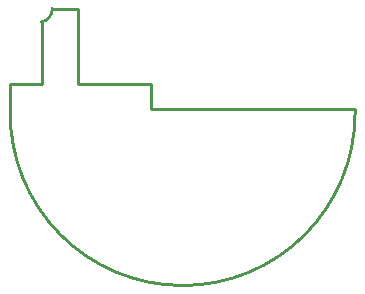
<source format=gbr>
G04 Layer_Color=16711935*
%FSLAX25Y25*%
%MOIN*%
%TF.FileFunction,Keep-out*%
%TF.Part,Single*%
G01*
G75*
%ADD30C,0.01000*%
D30*
X314000Y297999D02*
G03*
X428960Y297721I57480J-279D01*
G01*
X324486Y328065D02*
G03*
X328043Y332543I-986J4435D01*
G01*
X361000Y299000D02*
X428960D01*
X314000Y297999D02*
Y307500D01*
X324486D01*
X361000Y299000D02*
X402000D01*
X361000D02*
Y307500D01*
X328043Y332543D02*
X336469D01*
X361000Y299000D02*
Y307500D01*
X428960Y297721D02*
Y299000D01*
X336469Y307500D02*
X361000D01*
X336469D02*
Y332543D01*
X324486Y307500D02*
Y328065D01*
%TF.MD5,43DC8964F57B8DEBDCC68070BCF4DA7E*%
M02*

</source>
